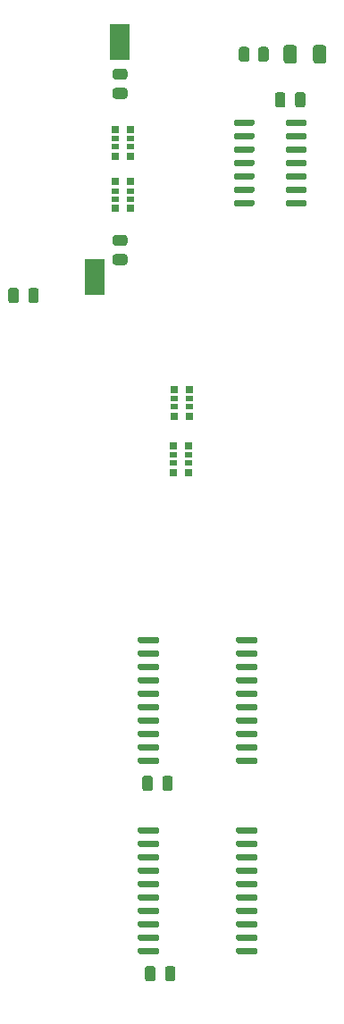
<source format=gbr>
%TF.GenerationSoftware,KiCad,Pcbnew,(5.1.10)-1*%
%TF.CreationDate,2021-06-15T10:48:06-05:00*%
%TF.ProjectId,gd MegaII proto pcb,6764204d-6567-4614-9949-2070726f746f,rev?*%
%TF.SameCoordinates,Original*%
%TF.FileFunction,Paste,Top*%
%TF.FilePolarity,Positive*%
%FSLAX46Y46*%
G04 Gerber Fmt 4.6, Leading zero omitted, Abs format (unit mm)*
G04 Created by KiCad (PCBNEW (5.1.10)-1) date 2021-06-15 10:48:06*
%MOMM*%
%LPD*%
G01*
G04 APERTURE LIST*
%ADD10R,0.700000X0.640000*%
%ADD11R,0.700000X0.500000*%
%ADD12R,1.850000X3.450000*%
G04 APERTURE END LIST*
%TO.C,C11*%
G36*
G01*
X153104000Y-74389000D02*
X153104000Y-73439000D01*
G75*
G02*
X153354000Y-73189000I250000J0D01*
G01*
X153854000Y-73189000D01*
G75*
G02*
X154104000Y-73439000I0J-250000D01*
G01*
X154104000Y-74389000D01*
G75*
G02*
X153854000Y-74639000I-250000J0D01*
G01*
X153354000Y-74639000D01*
G75*
G02*
X153104000Y-74389000I0J250000D01*
G01*
G37*
G36*
G01*
X151204000Y-74389000D02*
X151204000Y-73439000D01*
G75*
G02*
X151454000Y-73189000I250000J0D01*
G01*
X151954000Y-73189000D01*
G75*
G02*
X152204000Y-73439000I0J-250000D01*
G01*
X152204000Y-74389000D01*
G75*
G02*
X151954000Y-74639000I-250000J0D01*
G01*
X151454000Y-74639000D01*
G75*
G02*
X151204000Y-74389000I0J250000D01*
G01*
G37*
%TD*%
D10*
%TO.C,RN8*%
X162752000Y-65659000D03*
D11*
X162752000Y-63989000D03*
X162752000Y-64789000D03*
D10*
X162752000Y-63119000D03*
D11*
X161352000Y-64789000D03*
D10*
X161352000Y-65659000D03*
D11*
X161352000Y-63989000D03*
D10*
X161352000Y-63119000D03*
%TD*%
%TO.C,RN7*%
X162752000Y-60706000D03*
D11*
X162752000Y-59036000D03*
X162752000Y-59836000D03*
D10*
X162752000Y-58166000D03*
D11*
X161352000Y-59836000D03*
D10*
X161352000Y-60706000D03*
D11*
X161352000Y-59036000D03*
D10*
X161352000Y-58166000D03*
%TD*%
%TO.C,RN6*%
X168278000Y-90678000D03*
D11*
X168278000Y-89008000D03*
X168278000Y-89808000D03*
D10*
X168278000Y-88138000D03*
D11*
X166878000Y-89808000D03*
D10*
X166878000Y-90678000D03*
D11*
X166878000Y-89008000D03*
D10*
X166878000Y-88138000D03*
%TD*%
%TO.C,RN3*%
X168340000Y-85344000D03*
D11*
X168340000Y-83674000D03*
X168340000Y-84474000D03*
D10*
X168340000Y-82804000D03*
D11*
X166940000Y-84474000D03*
D10*
X166940000Y-85344000D03*
D11*
X166940000Y-83674000D03*
D10*
X166940000Y-82804000D03*
%TD*%
%TO.C,U6*%
G36*
G01*
X177522000Y-57681000D02*
X177522000Y-57381000D01*
G75*
G02*
X177672000Y-57231000I150000J0D01*
G01*
X179322000Y-57231000D01*
G75*
G02*
X179472000Y-57381000I0J-150000D01*
G01*
X179472000Y-57681000D01*
G75*
G02*
X179322000Y-57831000I-150000J0D01*
G01*
X177672000Y-57831000D01*
G75*
G02*
X177522000Y-57681000I0J150000D01*
G01*
G37*
G36*
G01*
X177522000Y-58951000D02*
X177522000Y-58651000D01*
G75*
G02*
X177672000Y-58501000I150000J0D01*
G01*
X179322000Y-58501000D01*
G75*
G02*
X179472000Y-58651000I0J-150000D01*
G01*
X179472000Y-58951000D01*
G75*
G02*
X179322000Y-59101000I-150000J0D01*
G01*
X177672000Y-59101000D01*
G75*
G02*
X177522000Y-58951000I0J150000D01*
G01*
G37*
G36*
G01*
X177522000Y-60221000D02*
X177522000Y-59921000D01*
G75*
G02*
X177672000Y-59771000I150000J0D01*
G01*
X179322000Y-59771000D01*
G75*
G02*
X179472000Y-59921000I0J-150000D01*
G01*
X179472000Y-60221000D01*
G75*
G02*
X179322000Y-60371000I-150000J0D01*
G01*
X177672000Y-60371000D01*
G75*
G02*
X177522000Y-60221000I0J150000D01*
G01*
G37*
G36*
G01*
X177522000Y-61491000D02*
X177522000Y-61191000D01*
G75*
G02*
X177672000Y-61041000I150000J0D01*
G01*
X179322000Y-61041000D01*
G75*
G02*
X179472000Y-61191000I0J-150000D01*
G01*
X179472000Y-61491000D01*
G75*
G02*
X179322000Y-61641000I-150000J0D01*
G01*
X177672000Y-61641000D01*
G75*
G02*
X177522000Y-61491000I0J150000D01*
G01*
G37*
G36*
G01*
X177522000Y-62761000D02*
X177522000Y-62461000D01*
G75*
G02*
X177672000Y-62311000I150000J0D01*
G01*
X179322000Y-62311000D01*
G75*
G02*
X179472000Y-62461000I0J-150000D01*
G01*
X179472000Y-62761000D01*
G75*
G02*
X179322000Y-62911000I-150000J0D01*
G01*
X177672000Y-62911000D01*
G75*
G02*
X177522000Y-62761000I0J150000D01*
G01*
G37*
G36*
G01*
X177522000Y-64031000D02*
X177522000Y-63731000D01*
G75*
G02*
X177672000Y-63581000I150000J0D01*
G01*
X179322000Y-63581000D01*
G75*
G02*
X179472000Y-63731000I0J-150000D01*
G01*
X179472000Y-64031000D01*
G75*
G02*
X179322000Y-64181000I-150000J0D01*
G01*
X177672000Y-64181000D01*
G75*
G02*
X177522000Y-64031000I0J150000D01*
G01*
G37*
G36*
G01*
X177522000Y-65301000D02*
X177522000Y-65001000D01*
G75*
G02*
X177672000Y-64851000I150000J0D01*
G01*
X179322000Y-64851000D01*
G75*
G02*
X179472000Y-65001000I0J-150000D01*
G01*
X179472000Y-65301000D01*
G75*
G02*
X179322000Y-65451000I-150000J0D01*
G01*
X177672000Y-65451000D01*
G75*
G02*
X177522000Y-65301000I0J150000D01*
G01*
G37*
G36*
G01*
X172572000Y-65301000D02*
X172572000Y-65001000D01*
G75*
G02*
X172722000Y-64851000I150000J0D01*
G01*
X174372000Y-64851000D01*
G75*
G02*
X174522000Y-65001000I0J-150000D01*
G01*
X174522000Y-65301000D01*
G75*
G02*
X174372000Y-65451000I-150000J0D01*
G01*
X172722000Y-65451000D01*
G75*
G02*
X172572000Y-65301000I0J150000D01*
G01*
G37*
G36*
G01*
X172572000Y-64031000D02*
X172572000Y-63731000D01*
G75*
G02*
X172722000Y-63581000I150000J0D01*
G01*
X174372000Y-63581000D01*
G75*
G02*
X174522000Y-63731000I0J-150000D01*
G01*
X174522000Y-64031000D01*
G75*
G02*
X174372000Y-64181000I-150000J0D01*
G01*
X172722000Y-64181000D01*
G75*
G02*
X172572000Y-64031000I0J150000D01*
G01*
G37*
G36*
G01*
X172572000Y-62761000D02*
X172572000Y-62461000D01*
G75*
G02*
X172722000Y-62311000I150000J0D01*
G01*
X174372000Y-62311000D01*
G75*
G02*
X174522000Y-62461000I0J-150000D01*
G01*
X174522000Y-62761000D01*
G75*
G02*
X174372000Y-62911000I-150000J0D01*
G01*
X172722000Y-62911000D01*
G75*
G02*
X172572000Y-62761000I0J150000D01*
G01*
G37*
G36*
G01*
X172572000Y-61491000D02*
X172572000Y-61191000D01*
G75*
G02*
X172722000Y-61041000I150000J0D01*
G01*
X174372000Y-61041000D01*
G75*
G02*
X174522000Y-61191000I0J-150000D01*
G01*
X174522000Y-61491000D01*
G75*
G02*
X174372000Y-61641000I-150000J0D01*
G01*
X172722000Y-61641000D01*
G75*
G02*
X172572000Y-61491000I0J150000D01*
G01*
G37*
G36*
G01*
X172572000Y-60221000D02*
X172572000Y-59921000D01*
G75*
G02*
X172722000Y-59771000I150000J0D01*
G01*
X174372000Y-59771000D01*
G75*
G02*
X174522000Y-59921000I0J-150000D01*
G01*
X174522000Y-60221000D01*
G75*
G02*
X174372000Y-60371000I-150000J0D01*
G01*
X172722000Y-60371000D01*
G75*
G02*
X172572000Y-60221000I0J150000D01*
G01*
G37*
G36*
G01*
X172572000Y-58951000D02*
X172572000Y-58651000D01*
G75*
G02*
X172722000Y-58501000I150000J0D01*
G01*
X174372000Y-58501000D01*
G75*
G02*
X174522000Y-58651000I0J-150000D01*
G01*
X174522000Y-58951000D01*
G75*
G02*
X174372000Y-59101000I-150000J0D01*
G01*
X172722000Y-59101000D01*
G75*
G02*
X172572000Y-58951000I0J150000D01*
G01*
G37*
G36*
G01*
X172572000Y-57681000D02*
X172572000Y-57381000D01*
G75*
G02*
X172722000Y-57231000I150000J0D01*
G01*
X174372000Y-57231000D01*
G75*
G02*
X174522000Y-57381000I0J-150000D01*
G01*
X174522000Y-57681000D01*
G75*
G02*
X174372000Y-57831000I-150000J0D01*
G01*
X172722000Y-57831000D01*
G75*
G02*
X172572000Y-57681000I0J150000D01*
G01*
G37*
%TD*%
%TO.C,U5*%
G36*
G01*
X165539000Y-117833000D02*
X165539000Y-118133000D01*
G75*
G02*
X165389000Y-118283000I-150000J0D01*
G01*
X163639000Y-118283000D01*
G75*
G02*
X163489000Y-118133000I0J150000D01*
G01*
X163489000Y-117833000D01*
G75*
G02*
X163639000Y-117683000I150000J0D01*
G01*
X165389000Y-117683000D01*
G75*
G02*
X165539000Y-117833000I0J-150000D01*
G01*
G37*
G36*
G01*
X165539000Y-116563000D02*
X165539000Y-116863000D01*
G75*
G02*
X165389000Y-117013000I-150000J0D01*
G01*
X163639000Y-117013000D01*
G75*
G02*
X163489000Y-116863000I0J150000D01*
G01*
X163489000Y-116563000D01*
G75*
G02*
X163639000Y-116413000I150000J0D01*
G01*
X165389000Y-116413000D01*
G75*
G02*
X165539000Y-116563000I0J-150000D01*
G01*
G37*
G36*
G01*
X165539000Y-115293000D02*
X165539000Y-115593000D01*
G75*
G02*
X165389000Y-115743000I-150000J0D01*
G01*
X163639000Y-115743000D01*
G75*
G02*
X163489000Y-115593000I0J150000D01*
G01*
X163489000Y-115293000D01*
G75*
G02*
X163639000Y-115143000I150000J0D01*
G01*
X165389000Y-115143000D01*
G75*
G02*
X165539000Y-115293000I0J-150000D01*
G01*
G37*
G36*
G01*
X165539000Y-114023000D02*
X165539000Y-114323000D01*
G75*
G02*
X165389000Y-114473000I-150000J0D01*
G01*
X163639000Y-114473000D01*
G75*
G02*
X163489000Y-114323000I0J150000D01*
G01*
X163489000Y-114023000D01*
G75*
G02*
X163639000Y-113873000I150000J0D01*
G01*
X165389000Y-113873000D01*
G75*
G02*
X165539000Y-114023000I0J-150000D01*
G01*
G37*
G36*
G01*
X165539000Y-112753000D02*
X165539000Y-113053000D01*
G75*
G02*
X165389000Y-113203000I-150000J0D01*
G01*
X163639000Y-113203000D01*
G75*
G02*
X163489000Y-113053000I0J150000D01*
G01*
X163489000Y-112753000D01*
G75*
G02*
X163639000Y-112603000I150000J0D01*
G01*
X165389000Y-112603000D01*
G75*
G02*
X165539000Y-112753000I0J-150000D01*
G01*
G37*
G36*
G01*
X165539000Y-111483000D02*
X165539000Y-111783000D01*
G75*
G02*
X165389000Y-111933000I-150000J0D01*
G01*
X163639000Y-111933000D01*
G75*
G02*
X163489000Y-111783000I0J150000D01*
G01*
X163489000Y-111483000D01*
G75*
G02*
X163639000Y-111333000I150000J0D01*
G01*
X165389000Y-111333000D01*
G75*
G02*
X165539000Y-111483000I0J-150000D01*
G01*
G37*
G36*
G01*
X165539000Y-110213000D02*
X165539000Y-110513000D01*
G75*
G02*
X165389000Y-110663000I-150000J0D01*
G01*
X163639000Y-110663000D01*
G75*
G02*
X163489000Y-110513000I0J150000D01*
G01*
X163489000Y-110213000D01*
G75*
G02*
X163639000Y-110063000I150000J0D01*
G01*
X165389000Y-110063000D01*
G75*
G02*
X165539000Y-110213000I0J-150000D01*
G01*
G37*
G36*
G01*
X165539000Y-108943000D02*
X165539000Y-109243000D01*
G75*
G02*
X165389000Y-109393000I-150000J0D01*
G01*
X163639000Y-109393000D01*
G75*
G02*
X163489000Y-109243000I0J150000D01*
G01*
X163489000Y-108943000D01*
G75*
G02*
X163639000Y-108793000I150000J0D01*
G01*
X165389000Y-108793000D01*
G75*
G02*
X165539000Y-108943000I0J-150000D01*
G01*
G37*
G36*
G01*
X165539000Y-107673000D02*
X165539000Y-107973000D01*
G75*
G02*
X165389000Y-108123000I-150000J0D01*
G01*
X163639000Y-108123000D01*
G75*
G02*
X163489000Y-107973000I0J150000D01*
G01*
X163489000Y-107673000D01*
G75*
G02*
X163639000Y-107523000I150000J0D01*
G01*
X165389000Y-107523000D01*
G75*
G02*
X165539000Y-107673000I0J-150000D01*
G01*
G37*
G36*
G01*
X165539000Y-106403000D02*
X165539000Y-106703000D01*
G75*
G02*
X165389000Y-106853000I-150000J0D01*
G01*
X163639000Y-106853000D01*
G75*
G02*
X163489000Y-106703000I0J150000D01*
G01*
X163489000Y-106403000D01*
G75*
G02*
X163639000Y-106253000I150000J0D01*
G01*
X165389000Y-106253000D01*
G75*
G02*
X165539000Y-106403000I0J-150000D01*
G01*
G37*
G36*
G01*
X174839000Y-106403000D02*
X174839000Y-106703000D01*
G75*
G02*
X174689000Y-106853000I-150000J0D01*
G01*
X172939000Y-106853000D01*
G75*
G02*
X172789000Y-106703000I0J150000D01*
G01*
X172789000Y-106403000D01*
G75*
G02*
X172939000Y-106253000I150000J0D01*
G01*
X174689000Y-106253000D01*
G75*
G02*
X174839000Y-106403000I0J-150000D01*
G01*
G37*
G36*
G01*
X174839000Y-107673000D02*
X174839000Y-107973000D01*
G75*
G02*
X174689000Y-108123000I-150000J0D01*
G01*
X172939000Y-108123000D01*
G75*
G02*
X172789000Y-107973000I0J150000D01*
G01*
X172789000Y-107673000D01*
G75*
G02*
X172939000Y-107523000I150000J0D01*
G01*
X174689000Y-107523000D01*
G75*
G02*
X174839000Y-107673000I0J-150000D01*
G01*
G37*
G36*
G01*
X174839000Y-108943000D02*
X174839000Y-109243000D01*
G75*
G02*
X174689000Y-109393000I-150000J0D01*
G01*
X172939000Y-109393000D01*
G75*
G02*
X172789000Y-109243000I0J150000D01*
G01*
X172789000Y-108943000D01*
G75*
G02*
X172939000Y-108793000I150000J0D01*
G01*
X174689000Y-108793000D01*
G75*
G02*
X174839000Y-108943000I0J-150000D01*
G01*
G37*
G36*
G01*
X174839000Y-110213000D02*
X174839000Y-110513000D01*
G75*
G02*
X174689000Y-110663000I-150000J0D01*
G01*
X172939000Y-110663000D01*
G75*
G02*
X172789000Y-110513000I0J150000D01*
G01*
X172789000Y-110213000D01*
G75*
G02*
X172939000Y-110063000I150000J0D01*
G01*
X174689000Y-110063000D01*
G75*
G02*
X174839000Y-110213000I0J-150000D01*
G01*
G37*
G36*
G01*
X174839000Y-111483000D02*
X174839000Y-111783000D01*
G75*
G02*
X174689000Y-111933000I-150000J0D01*
G01*
X172939000Y-111933000D01*
G75*
G02*
X172789000Y-111783000I0J150000D01*
G01*
X172789000Y-111483000D01*
G75*
G02*
X172939000Y-111333000I150000J0D01*
G01*
X174689000Y-111333000D01*
G75*
G02*
X174839000Y-111483000I0J-150000D01*
G01*
G37*
G36*
G01*
X174839000Y-112753000D02*
X174839000Y-113053000D01*
G75*
G02*
X174689000Y-113203000I-150000J0D01*
G01*
X172939000Y-113203000D01*
G75*
G02*
X172789000Y-113053000I0J150000D01*
G01*
X172789000Y-112753000D01*
G75*
G02*
X172939000Y-112603000I150000J0D01*
G01*
X174689000Y-112603000D01*
G75*
G02*
X174839000Y-112753000I0J-150000D01*
G01*
G37*
G36*
G01*
X174839000Y-114023000D02*
X174839000Y-114323000D01*
G75*
G02*
X174689000Y-114473000I-150000J0D01*
G01*
X172939000Y-114473000D01*
G75*
G02*
X172789000Y-114323000I0J150000D01*
G01*
X172789000Y-114023000D01*
G75*
G02*
X172939000Y-113873000I150000J0D01*
G01*
X174689000Y-113873000D01*
G75*
G02*
X174839000Y-114023000I0J-150000D01*
G01*
G37*
G36*
G01*
X174839000Y-115293000D02*
X174839000Y-115593000D01*
G75*
G02*
X174689000Y-115743000I-150000J0D01*
G01*
X172939000Y-115743000D01*
G75*
G02*
X172789000Y-115593000I0J150000D01*
G01*
X172789000Y-115293000D01*
G75*
G02*
X172939000Y-115143000I150000J0D01*
G01*
X174689000Y-115143000D01*
G75*
G02*
X174839000Y-115293000I0J-150000D01*
G01*
G37*
G36*
G01*
X174839000Y-116563000D02*
X174839000Y-116863000D01*
G75*
G02*
X174689000Y-117013000I-150000J0D01*
G01*
X172939000Y-117013000D01*
G75*
G02*
X172789000Y-116863000I0J150000D01*
G01*
X172789000Y-116563000D01*
G75*
G02*
X172939000Y-116413000I150000J0D01*
G01*
X174689000Y-116413000D01*
G75*
G02*
X174839000Y-116563000I0J-150000D01*
G01*
G37*
G36*
G01*
X174839000Y-117833000D02*
X174839000Y-118133000D01*
G75*
G02*
X174689000Y-118283000I-150000J0D01*
G01*
X172939000Y-118283000D01*
G75*
G02*
X172789000Y-118133000I0J150000D01*
G01*
X172789000Y-117833000D01*
G75*
G02*
X172939000Y-117683000I150000J0D01*
G01*
X174689000Y-117683000D01*
G75*
G02*
X174839000Y-117833000I0J-150000D01*
G01*
G37*
%TD*%
%TO.C,U3*%
G36*
G01*
X165539000Y-135867000D02*
X165539000Y-136167000D01*
G75*
G02*
X165389000Y-136317000I-150000J0D01*
G01*
X163639000Y-136317000D01*
G75*
G02*
X163489000Y-136167000I0J150000D01*
G01*
X163489000Y-135867000D01*
G75*
G02*
X163639000Y-135717000I150000J0D01*
G01*
X165389000Y-135717000D01*
G75*
G02*
X165539000Y-135867000I0J-150000D01*
G01*
G37*
G36*
G01*
X165539000Y-134597000D02*
X165539000Y-134897000D01*
G75*
G02*
X165389000Y-135047000I-150000J0D01*
G01*
X163639000Y-135047000D01*
G75*
G02*
X163489000Y-134897000I0J150000D01*
G01*
X163489000Y-134597000D01*
G75*
G02*
X163639000Y-134447000I150000J0D01*
G01*
X165389000Y-134447000D01*
G75*
G02*
X165539000Y-134597000I0J-150000D01*
G01*
G37*
G36*
G01*
X165539000Y-133327000D02*
X165539000Y-133627000D01*
G75*
G02*
X165389000Y-133777000I-150000J0D01*
G01*
X163639000Y-133777000D01*
G75*
G02*
X163489000Y-133627000I0J150000D01*
G01*
X163489000Y-133327000D01*
G75*
G02*
X163639000Y-133177000I150000J0D01*
G01*
X165389000Y-133177000D01*
G75*
G02*
X165539000Y-133327000I0J-150000D01*
G01*
G37*
G36*
G01*
X165539000Y-132057000D02*
X165539000Y-132357000D01*
G75*
G02*
X165389000Y-132507000I-150000J0D01*
G01*
X163639000Y-132507000D01*
G75*
G02*
X163489000Y-132357000I0J150000D01*
G01*
X163489000Y-132057000D01*
G75*
G02*
X163639000Y-131907000I150000J0D01*
G01*
X165389000Y-131907000D01*
G75*
G02*
X165539000Y-132057000I0J-150000D01*
G01*
G37*
G36*
G01*
X165539000Y-130787000D02*
X165539000Y-131087000D01*
G75*
G02*
X165389000Y-131237000I-150000J0D01*
G01*
X163639000Y-131237000D01*
G75*
G02*
X163489000Y-131087000I0J150000D01*
G01*
X163489000Y-130787000D01*
G75*
G02*
X163639000Y-130637000I150000J0D01*
G01*
X165389000Y-130637000D01*
G75*
G02*
X165539000Y-130787000I0J-150000D01*
G01*
G37*
G36*
G01*
X165539000Y-129517000D02*
X165539000Y-129817000D01*
G75*
G02*
X165389000Y-129967000I-150000J0D01*
G01*
X163639000Y-129967000D01*
G75*
G02*
X163489000Y-129817000I0J150000D01*
G01*
X163489000Y-129517000D01*
G75*
G02*
X163639000Y-129367000I150000J0D01*
G01*
X165389000Y-129367000D01*
G75*
G02*
X165539000Y-129517000I0J-150000D01*
G01*
G37*
G36*
G01*
X165539000Y-128247000D02*
X165539000Y-128547000D01*
G75*
G02*
X165389000Y-128697000I-150000J0D01*
G01*
X163639000Y-128697000D01*
G75*
G02*
X163489000Y-128547000I0J150000D01*
G01*
X163489000Y-128247000D01*
G75*
G02*
X163639000Y-128097000I150000J0D01*
G01*
X165389000Y-128097000D01*
G75*
G02*
X165539000Y-128247000I0J-150000D01*
G01*
G37*
G36*
G01*
X165539000Y-126977000D02*
X165539000Y-127277000D01*
G75*
G02*
X165389000Y-127427000I-150000J0D01*
G01*
X163639000Y-127427000D01*
G75*
G02*
X163489000Y-127277000I0J150000D01*
G01*
X163489000Y-126977000D01*
G75*
G02*
X163639000Y-126827000I150000J0D01*
G01*
X165389000Y-126827000D01*
G75*
G02*
X165539000Y-126977000I0J-150000D01*
G01*
G37*
G36*
G01*
X165539000Y-125707000D02*
X165539000Y-126007000D01*
G75*
G02*
X165389000Y-126157000I-150000J0D01*
G01*
X163639000Y-126157000D01*
G75*
G02*
X163489000Y-126007000I0J150000D01*
G01*
X163489000Y-125707000D01*
G75*
G02*
X163639000Y-125557000I150000J0D01*
G01*
X165389000Y-125557000D01*
G75*
G02*
X165539000Y-125707000I0J-150000D01*
G01*
G37*
G36*
G01*
X165539000Y-124437000D02*
X165539000Y-124737000D01*
G75*
G02*
X165389000Y-124887000I-150000J0D01*
G01*
X163639000Y-124887000D01*
G75*
G02*
X163489000Y-124737000I0J150000D01*
G01*
X163489000Y-124437000D01*
G75*
G02*
X163639000Y-124287000I150000J0D01*
G01*
X165389000Y-124287000D01*
G75*
G02*
X165539000Y-124437000I0J-150000D01*
G01*
G37*
G36*
G01*
X174839000Y-124437000D02*
X174839000Y-124737000D01*
G75*
G02*
X174689000Y-124887000I-150000J0D01*
G01*
X172939000Y-124887000D01*
G75*
G02*
X172789000Y-124737000I0J150000D01*
G01*
X172789000Y-124437000D01*
G75*
G02*
X172939000Y-124287000I150000J0D01*
G01*
X174689000Y-124287000D01*
G75*
G02*
X174839000Y-124437000I0J-150000D01*
G01*
G37*
G36*
G01*
X174839000Y-125707000D02*
X174839000Y-126007000D01*
G75*
G02*
X174689000Y-126157000I-150000J0D01*
G01*
X172939000Y-126157000D01*
G75*
G02*
X172789000Y-126007000I0J150000D01*
G01*
X172789000Y-125707000D01*
G75*
G02*
X172939000Y-125557000I150000J0D01*
G01*
X174689000Y-125557000D01*
G75*
G02*
X174839000Y-125707000I0J-150000D01*
G01*
G37*
G36*
G01*
X174839000Y-126977000D02*
X174839000Y-127277000D01*
G75*
G02*
X174689000Y-127427000I-150000J0D01*
G01*
X172939000Y-127427000D01*
G75*
G02*
X172789000Y-127277000I0J150000D01*
G01*
X172789000Y-126977000D01*
G75*
G02*
X172939000Y-126827000I150000J0D01*
G01*
X174689000Y-126827000D01*
G75*
G02*
X174839000Y-126977000I0J-150000D01*
G01*
G37*
G36*
G01*
X174839000Y-128247000D02*
X174839000Y-128547000D01*
G75*
G02*
X174689000Y-128697000I-150000J0D01*
G01*
X172939000Y-128697000D01*
G75*
G02*
X172789000Y-128547000I0J150000D01*
G01*
X172789000Y-128247000D01*
G75*
G02*
X172939000Y-128097000I150000J0D01*
G01*
X174689000Y-128097000D01*
G75*
G02*
X174839000Y-128247000I0J-150000D01*
G01*
G37*
G36*
G01*
X174839000Y-129517000D02*
X174839000Y-129817000D01*
G75*
G02*
X174689000Y-129967000I-150000J0D01*
G01*
X172939000Y-129967000D01*
G75*
G02*
X172789000Y-129817000I0J150000D01*
G01*
X172789000Y-129517000D01*
G75*
G02*
X172939000Y-129367000I150000J0D01*
G01*
X174689000Y-129367000D01*
G75*
G02*
X174839000Y-129517000I0J-150000D01*
G01*
G37*
G36*
G01*
X174839000Y-130787000D02*
X174839000Y-131087000D01*
G75*
G02*
X174689000Y-131237000I-150000J0D01*
G01*
X172939000Y-131237000D01*
G75*
G02*
X172789000Y-131087000I0J150000D01*
G01*
X172789000Y-130787000D01*
G75*
G02*
X172939000Y-130637000I150000J0D01*
G01*
X174689000Y-130637000D01*
G75*
G02*
X174839000Y-130787000I0J-150000D01*
G01*
G37*
G36*
G01*
X174839000Y-132057000D02*
X174839000Y-132357000D01*
G75*
G02*
X174689000Y-132507000I-150000J0D01*
G01*
X172939000Y-132507000D01*
G75*
G02*
X172789000Y-132357000I0J150000D01*
G01*
X172789000Y-132057000D01*
G75*
G02*
X172939000Y-131907000I150000J0D01*
G01*
X174689000Y-131907000D01*
G75*
G02*
X174839000Y-132057000I0J-150000D01*
G01*
G37*
G36*
G01*
X174839000Y-133327000D02*
X174839000Y-133627000D01*
G75*
G02*
X174689000Y-133777000I-150000J0D01*
G01*
X172939000Y-133777000D01*
G75*
G02*
X172789000Y-133627000I0J150000D01*
G01*
X172789000Y-133327000D01*
G75*
G02*
X172939000Y-133177000I150000J0D01*
G01*
X174689000Y-133177000D01*
G75*
G02*
X174839000Y-133327000I0J-150000D01*
G01*
G37*
G36*
G01*
X174839000Y-134597000D02*
X174839000Y-134897000D01*
G75*
G02*
X174689000Y-135047000I-150000J0D01*
G01*
X172939000Y-135047000D01*
G75*
G02*
X172789000Y-134897000I0J150000D01*
G01*
X172789000Y-134597000D01*
G75*
G02*
X172939000Y-134447000I150000J0D01*
G01*
X174689000Y-134447000D01*
G75*
G02*
X174839000Y-134597000I0J-150000D01*
G01*
G37*
G36*
G01*
X174839000Y-135867000D02*
X174839000Y-136167000D01*
G75*
G02*
X174689000Y-136317000I-150000J0D01*
G01*
X172939000Y-136317000D01*
G75*
G02*
X172789000Y-136167000I0J150000D01*
G01*
X172789000Y-135867000D01*
G75*
G02*
X172939000Y-135717000I150000J0D01*
G01*
X174689000Y-135717000D01*
G75*
G02*
X174839000Y-135867000I0J-150000D01*
G01*
G37*
%TD*%
D12*
%TO.C,TP98*%
X159385000Y-72136000D03*
%TD*%
%TO.C,TP97*%
X161798000Y-49911000D03*
%TD*%
%TO.C,R15*%
G36*
G01*
X161347999Y-69996000D02*
X162248001Y-69996000D01*
G75*
G02*
X162498000Y-70245999I0J-249999D01*
G01*
X162498000Y-70771001D01*
G75*
G02*
X162248001Y-71021000I-249999J0D01*
G01*
X161347999Y-71021000D01*
G75*
G02*
X161098000Y-70771001I0J249999D01*
G01*
X161098000Y-70245999D01*
G75*
G02*
X161347999Y-69996000I249999J0D01*
G01*
G37*
G36*
G01*
X161347999Y-68171000D02*
X162248001Y-68171000D01*
G75*
G02*
X162498000Y-68420999I0J-249999D01*
G01*
X162498000Y-68946001D01*
G75*
G02*
X162248001Y-69196000I-249999J0D01*
G01*
X161347999Y-69196000D01*
G75*
G02*
X161098000Y-68946001I0J249999D01*
G01*
X161098000Y-68420999D01*
G75*
G02*
X161347999Y-68171000I249999J0D01*
G01*
G37*
%TD*%
%TO.C,R14*%
G36*
G01*
X162248001Y-53448000D02*
X161347999Y-53448000D01*
G75*
G02*
X161098000Y-53198001I0J249999D01*
G01*
X161098000Y-52672999D01*
G75*
G02*
X161347999Y-52423000I249999J0D01*
G01*
X162248001Y-52423000D01*
G75*
G02*
X162498000Y-52672999I0J-249999D01*
G01*
X162498000Y-53198001D01*
G75*
G02*
X162248001Y-53448000I-249999J0D01*
G01*
G37*
G36*
G01*
X162248001Y-55273000D02*
X161347999Y-55273000D01*
G75*
G02*
X161098000Y-55023001I0J249999D01*
G01*
X161098000Y-54497999D01*
G75*
G02*
X161347999Y-54248000I249999J0D01*
G01*
X162248001Y-54248000D01*
G75*
G02*
X162498000Y-54497999I0J-249999D01*
G01*
X162498000Y-55023001D01*
G75*
G02*
X162248001Y-55273000I-249999J0D01*
G01*
G37*
%TD*%
%TO.C,R1*%
G36*
G01*
X174874500Y-51504001D02*
X174874500Y-50603999D01*
G75*
G02*
X175124499Y-50354000I249999J0D01*
G01*
X175649501Y-50354000D01*
G75*
G02*
X175899500Y-50603999I0J-249999D01*
G01*
X175899500Y-51504001D01*
G75*
G02*
X175649501Y-51754000I-249999J0D01*
G01*
X175124499Y-51754000D01*
G75*
G02*
X174874500Y-51504001I0J249999D01*
G01*
G37*
G36*
G01*
X173049500Y-51504001D02*
X173049500Y-50603999D01*
G75*
G02*
X173299499Y-50354000I249999J0D01*
G01*
X173824501Y-50354000D01*
G75*
G02*
X174074500Y-50603999I0J-249999D01*
G01*
X174074500Y-51504001D01*
G75*
G02*
X173824501Y-51754000I-249999J0D01*
G01*
X173299499Y-51754000D01*
G75*
G02*
X173049500Y-51504001I0J249999D01*
G01*
G37*
%TD*%
%TO.C,D1*%
G36*
G01*
X178549000Y-50429000D02*
X178549000Y-51679000D01*
G75*
G02*
X178299000Y-51929000I-250000J0D01*
G01*
X177549000Y-51929000D01*
G75*
G02*
X177299000Y-51679000I0J250000D01*
G01*
X177299000Y-50429000D01*
G75*
G02*
X177549000Y-50179000I250000J0D01*
G01*
X178299000Y-50179000D01*
G75*
G02*
X178549000Y-50429000I0J-250000D01*
G01*
G37*
G36*
G01*
X181349000Y-50429000D02*
X181349000Y-51679000D01*
G75*
G02*
X181099000Y-51929000I-250000J0D01*
G01*
X180349000Y-51929000D01*
G75*
G02*
X180099000Y-51679000I0J250000D01*
G01*
X180099000Y-50429000D01*
G75*
G02*
X180349000Y-50179000I250000J0D01*
G01*
X181099000Y-50179000D01*
G75*
G02*
X181349000Y-50429000I0J-250000D01*
G01*
G37*
%TD*%
%TO.C,C4*%
G36*
G01*
X165804000Y-120617000D02*
X165804000Y-119667000D01*
G75*
G02*
X166054000Y-119417000I250000J0D01*
G01*
X166554000Y-119417000D01*
G75*
G02*
X166804000Y-119667000I0J-250000D01*
G01*
X166804000Y-120617000D01*
G75*
G02*
X166554000Y-120867000I-250000J0D01*
G01*
X166054000Y-120867000D01*
G75*
G02*
X165804000Y-120617000I0J250000D01*
G01*
G37*
G36*
G01*
X163904000Y-120617000D02*
X163904000Y-119667000D01*
G75*
G02*
X164154000Y-119417000I250000J0D01*
G01*
X164654000Y-119417000D01*
G75*
G02*
X164904000Y-119667000I0J-250000D01*
G01*
X164904000Y-120617000D01*
G75*
G02*
X164654000Y-120867000I-250000J0D01*
G01*
X164154000Y-120867000D01*
G75*
G02*
X163904000Y-120617000I0J250000D01*
G01*
G37*
%TD*%
%TO.C,C3*%
G36*
G01*
X166058000Y-138651000D02*
X166058000Y-137701000D01*
G75*
G02*
X166308000Y-137451000I250000J0D01*
G01*
X166808000Y-137451000D01*
G75*
G02*
X167058000Y-137701000I0J-250000D01*
G01*
X167058000Y-138651000D01*
G75*
G02*
X166808000Y-138901000I-250000J0D01*
G01*
X166308000Y-138901000D01*
G75*
G02*
X166058000Y-138651000I0J250000D01*
G01*
G37*
G36*
G01*
X164158000Y-138651000D02*
X164158000Y-137701000D01*
G75*
G02*
X164408000Y-137451000I250000J0D01*
G01*
X164908000Y-137451000D01*
G75*
G02*
X165158000Y-137701000I0J-250000D01*
G01*
X165158000Y-138651000D01*
G75*
G02*
X164908000Y-138901000I-250000J0D01*
G01*
X164408000Y-138901000D01*
G75*
G02*
X164158000Y-138651000I0J250000D01*
G01*
G37*
%TD*%
%TO.C,C1*%
G36*
G01*
X177477000Y-54897000D02*
X177477000Y-55847000D01*
G75*
G02*
X177227000Y-56097000I-250000J0D01*
G01*
X176727000Y-56097000D01*
G75*
G02*
X176477000Y-55847000I0J250000D01*
G01*
X176477000Y-54897000D01*
G75*
G02*
X176727000Y-54647000I250000J0D01*
G01*
X177227000Y-54647000D01*
G75*
G02*
X177477000Y-54897000I0J-250000D01*
G01*
G37*
G36*
G01*
X179377000Y-54897000D02*
X179377000Y-55847000D01*
G75*
G02*
X179127000Y-56097000I-250000J0D01*
G01*
X178627000Y-56097000D01*
G75*
G02*
X178377000Y-55847000I0J250000D01*
G01*
X178377000Y-54897000D01*
G75*
G02*
X178627000Y-54647000I250000J0D01*
G01*
X179127000Y-54647000D01*
G75*
G02*
X179377000Y-54897000I0J-250000D01*
G01*
G37*
%TD*%
M02*

</source>
